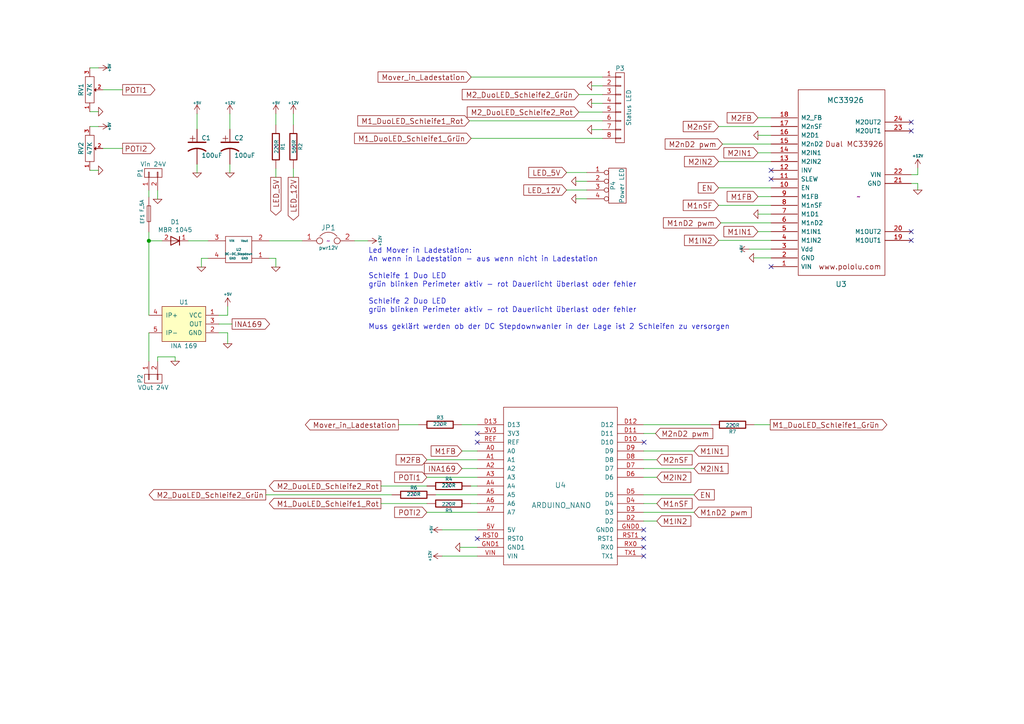
<source format=kicad_sch>
(kicad_sch (version 20210123) (generator eeschema)
  (paper "A4")
  (title_block (title "Schleifensender") (date "25 sep 2014") (rev "V2.0"))
  (lib_symbols
    (symbol "Device:D" (pin_names (offset 1.016) hide)
      (property "Reference" "D" (at 0 2.54 0))
      (property "Value" "D" (at 0 -2.54 0))
      (symbol "D_0_1"
        (polyline (pts (xy -1.27 1.27) (xy -1.27 -1.27)) (stroke (width 0.254)))
        (polyline (pts (xy 1.27 0) (xy -1.27 0)))
        (polyline (pts (xy 1.27 1.27) (xy 1.27 -1.27) (xy -1.27 0) (xy 1.27 1.27)) (stroke (width 0.254)))
      )
      (symbol "D_1_1"
        (pin passive line (at -3.81 0 0) (length 2.54) (name "K") (number "1"))
        (pin passive line (at 3.81 0 180) (length 2.54) (name "A") (number "2"))
      )
    )
    (symbol "Perimeter-sender-v2-rescue:+12V" (power) (pin_names (offset 0))
      (property "Value" "+12V" (at 0 3.556 0))
      (symbol "+12V_0_1"
        (polyline (pts (xy -0.762 1.27) (xy 0 2.54)))
        (polyline (pts (xy 0 0) (xy 0 2.54)))
        (polyline (pts (xy 0 2.54) (xy 0.762 1.27)))
      )
      (symbol "+12V_1_1"
        (pin power_in line (at 0 0 90) (length 0) hide (name "+12V") (number "1"))
      )
    )
    (symbol "Perimeter-sender-v2-rescue:+5V" (power) (pin_names (offset 0))
      (property "Value" "+5V" (at 0 3.556 0))
      (symbol "+5V_0_1"
        (polyline (pts (xy -0.762 1.27) (xy 0 2.54)))
        (polyline (pts (xy 0 0) (xy 0 2.54)))
        (polyline (pts (xy 0 2.54) (xy 0.762 1.27)))
      )
      (symbol "+5V_1_1"
        (pin power_in line (at 0 0 90) (length 0) hide (name "+5V") (number "1"))
      )
    )
    (symbol "Perimeter-sender-v2-rescue:Bohrloch_3,2mm" (pin_names (offset 1.016))
      (property "Reference" "B" (at 7.112 4.064 0))
      (property "Value" "Bohrloch_3,2mm" (at 5.842 2.032 0))
      (symbol "Bohrloch_3,2mm_1_1"
        (pin input line (at 0 0 0) (length 5.08) (name "B3,2") (number "1"))
      )
    )
    (symbol "Perimeter-sender-v2-rescue:CONN_01X02" (pin_names (offset 1.016) hide)
      (property "Reference" "P" (at 0 3.81 0))
      (property "Value" "CONN_01X02" (at 2.54 0 90))
      (symbol "CONN_01X02_0_1"
        (rectangle (start -1.27 -1.143) (end 0.254 -1.397))
        (rectangle (start -1.27 1.397) (end 0.254 1.143))
        (rectangle (start -1.27 2.54) (end 1.27 -2.54))
      )
      (symbol "CONN_01X02_1_1"
        (pin passive line (at -5.08 1.27 0) (length 3.81) (name "P1") (number "1"))
        (pin passive line (at -5.08 -1.27 0) (length 3.81) (name "P2") (number "2"))
      )
    )
    (symbol "Perimeter-sender-v2-rescue:CONN_01X08" (pin_names (offset 1.016) hide)
      (property "Reference" "P" (at 0 11.43 0))
      (property "Value" "CONN_01X08" (at 2.54 0 90))
      (symbol "CONN_01X08_0_1"
        (rectangle (start -1.27 -10.16) (end 1.27 10.16))
        (rectangle (start -1.27 -8.763) (end 0.254 -9.017))
        (rectangle (start -1.27 -6.223) (end 0.254 -6.477))
        (rectangle (start -1.27 -3.683) (end 0.254 -3.937))
        (rectangle (start -1.27 -1.143) (end 0.254 -1.397))
        (rectangle (start -1.27 1.397) (end 0.254 1.143))
        (rectangle (start -1.27 3.937) (end 0.254 3.683))
        (rectangle (start -1.27 6.477) (end 0.254 6.223))
        (rectangle (start -1.27 9.017) (end 0.254 8.763))
      )
      (symbol "CONN_01X08_1_1"
        (pin passive line (at -5.08 8.89 0) (length 3.81) (name "P1") (number "1"))
        (pin passive line (at -5.08 6.35 0) (length 3.81) (name "P2") (number "2"))
        (pin passive line (at -5.08 3.81 0) (length 3.81) (name "P3") (number "3"))
        (pin passive line (at -5.08 1.27 0) (length 3.81) (name "P4") (number "4"))
        (pin passive line (at -5.08 -1.27 0) (length 3.81) (name "P5") (number "5"))
        (pin passive line (at -5.08 -3.81 0) (length 3.81) (name "P6") (number "6"))
        (pin passive line (at -5.08 -6.35 0) (length 3.81) (name "P7") (number "7"))
        (pin passive line (at -5.08 -8.89 0) (length 3.81) (name "P8") (number "8"))
      )
    )
    (symbol "Perimeter-sender-v2-rescue:CONN_4" (pin_names (offset 1.016) hide)
      (property "Reference" "P" (at -1.27 0 90))
      (property "Value" "CONN_4" (at 1.27 0 90))
      (symbol "CONN_4_0_1"
        (rectangle (start -2.54 5.08) (end 2.54 -5.08))
      )
      (symbol "CONN_4_1_1"
        (pin passive inverted (at -8.89 3.81 0) (length 6.35) (name "P1") (number "1"))
        (pin passive inverted (at -8.89 1.27 0) (length 6.35) (name "P2") (number "2"))
        (pin passive inverted (at -8.89 -1.27 0) (length 6.35) (name "P3") (number "3"))
        (pin passive inverted (at -8.89 -3.81 0) (length 6.35) (name "P4") (number "4"))
      )
    )
    (symbol "Perimeter-sender-v2-rescue:CP1-RESCUE-Perimeter_sender_v2" (pin_numbers hide) (pin_names (offset 0.254) hide)
      (property "Reference" "C" (at 1.27 2.54 0))
      (property "Value" "CP1-RESCUE-Perimeter_sender_v2" (at 1.27 -2.54 0))
      (symbol "CP1-RESCUE-Perimeter_sender_v2_0_0"
        (text "+" (at -1.27 2.54 0) (effects (font (size 2.032 2.032))))
      )
      (symbol "CP1-RESCUE-Perimeter_sender_v2_0_1"
        (arc (start 2.54 -1.27) (end -2.54 -1.27) (radius (at 0 -5.08) (length 4.572) (angles 56.3 123.6)) (stroke (width 0.381)))
        (polyline (pts (xy -2.54 1.27) (xy 2.54 1.27) (xy 1.27 1.27) (xy 1.27 1.27)) (stroke (width 0.381)))
      )
      (symbol "CP1-RESCUE-Perimeter_sender_v2_1_1"
        (pin passive line (at 0 5.08 270) (length 3.81) (name "~") (number "1"))
        (pin passive line (at 0 -5.08 90) (length 4.572) (name "~") (number "2"))
      )
    )
    (symbol "Perimeter-sender-v2-rescue:GND-RESCUE-Perimeter_sender_v2" (power) (pin_names (offset 0))
      (symbol "GND-RESCUE-Perimeter_sender_v2_0_1"
        (polyline (pts (xy -1.27 0) (xy 0 -1.27) (xy 1.27 0) (xy -1.27 0)))
      )
      (symbol "GND-RESCUE-Perimeter_sender_v2_1_1"
        (pin power_in line (at 0 0 90) (length 0) hide (name "GND") (number "1"))
      )
    )
    (symbol "Perimeter-sender-v2-rescue:JUMPER" (pin_names (offset 0.762) hide)
      (property "Reference" "JP" (at 0 3.81 0))
      (property "Value" "JUMPER" (at 0 -2.032 0))
      (symbol "JUMPER_0_1"
        (arc (start -2.4892 1.27) (end 2.5146 1.27) (radius (at 0 -0.6604) (length 3.175) (angles 142.6 37.3)))
        (circle (center -2.54 0) (radius 0.889))
        (circle (center 2.54 0) (radius 0.889))
        (pin passive line (at -7.62 0 0) (length 4.191) (name "1") (number "1"))
        (pin passive line (at 7.62 0 180) (length 4.191) (name "2") (number "2"))
      )
    )
    (symbol "Perimeter-sender-v2-rescue:POT-RESCUE-Perimeter_sender_v2" (pin_names (offset 1.016) hide)
      (property "Reference" "RV" (at 0 -2.54 0))
      (property "Value" "POT-RESCUE-Perimeter_sender_v2" (at 0 0 0))
      (symbol "POT-RESCUE-Perimeter_sender_v2_0_1"
        (rectangle (start -3.81 1.27) (end 3.81 -1.27))
        (polyline (pts (xy 0 1.27) (xy -0.508 1.778) (xy 0.508 1.778)) (fill (type outline)))
      )
      (symbol "POT-RESCUE-Perimeter_sender_v2_1_1"
        (pin passive line (at -6.35 0 0) (length 2.54) (name "1") (number "1"))
        (pin passive line (at 0 3.81 270) (length 2.032) (name "2") (number "2"))
        (pin passive line (at 6.35 0 180) (length 2.54) (name "3") (number "3"))
      )
    )
    (symbol "Perimeter-sender-v2-rescue:R-RESCUE-Perimeter_sender_v2" (pin_numbers hide) (pin_names (offset 0))
      (property "Reference" "R" (at 2.032 0 90))
      (property "Value" "R-RESCUE-Perimeter_sender_v2" (at 0.1778 0.0254 90))
      (symbol "R-RESCUE-Perimeter_sender_v2_0_1"
        (rectangle (start -1.016 3.81) (end 1.016 -3.81) (stroke (width 0.3048)))
      )
      (symbol "R-RESCUE-Perimeter_sender_v2_1_1"
        (pin passive line (at 0 6.35 270) (length 2.54) (name "~") (number "1"))
        (pin passive line (at 0 -6.35 90) (length 2.54) (name "~") (number "2"))
      )
    )
    (symbol "Zimprich1:ACS712" (pin_names (offset 1.016))
      (property "Reference" "U" (at 0 6.35 0))
      (property "Value" "ACS712" (at 0 -6.35 0))
      (symbol "ACS712_0_1"
        (rectangle (start -6.35 5.08) (end 6.35 -5.08) (fill (type background)))
      )
      (symbol "ACS712_1_1"
        (pin power_in line (at 10.16 2.54 180) (length 3.81) (name "VCC") (number "1"))
        (pin power_in line (at 10.16 -2.54 180) (length 3.81) (name "GND") (number "2"))
        (pin output line (at 10.16 0 180) (length 3.81) (name "OUT") (number "3"))
        (pin input line (at -10.16 2.54 0) (length 3.81) (name "IP+") (number "4"))
        (pin input line (at -10.16 -2.54 0) (length 3.81) (name "IP-") (number "5"))
      )
    )
    (symbol "Zimprich1:DC-DC_Stepdown" (pin_names (offset 1.016))
      (property "Reference" "U" (at 0 0 0))
      (property "Value" "DC-DC_Stepdown" (at -1.27 0 0))
      (symbol "DC-DC_Stepdown_0_1"
        (rectangle (start 3.81 -3.81) (end -3.81 3.81))
      )
      (symbol "DC-DC_Stepdown_1_1"
        (pin output line (at 8.89 2.54 180) (length 5.08) (name "GND") (number "1"))
        (pin output line (at 8.89 -2.54 180) (length 5.08) (name "Vout") (number "2"))
        (pin input line (at -8.89 -2.54 0) (length 5.08) (name "VIN") (number "3"))
        (pin input line (at -8.89 2.54 0) (length 5.08) (name "GND") (number "4"))
      )
    )
    (symbol "Zimprich1:F_10A" (pin_numbers hide) (pin_names (offset 0.254))
      (property "Reference" "EF" (at -4.572 2.032 0))
      (property "Value" "F_10A" (at -2.54 -2.032 0))
      (symbol "F_10A_0_1"
        (polyline (pts (xy 2.032 0) (xy -2.54 0) (xy -2.54 0) (xy -2.54 0)))
        (polyline (pts (xy -2.54 0.508) (xy -2.54 -0.508) (xy 2.032 -0.508) (xy 2.032 0.508) (xy -2.54 0.508) (xy -2.54 0.508)))
      )
      (symbol "F_10A_1_1"
        (pin power_in line (at 5.08 0 180) (length 3.048) (name "~") (number "1"))
        (pin power_out line (at -5.08 0 0) (length 2.54) (name "~") (number "2"))
      )
    )
    (symbol "Zimprich1:MC33926" (pin_names (offset 1.016))
      (property "Reference" "U" (at -1.27 -24.13 0))
      (property "Value" "MC33926" (at -0.762 27.94 0))
      (symbol "MC33926_0_0"
        (text "Dual MC33926" (at 2.54 16.51 0) (effects (font (size 1.524 1.524))))
        (text "www.pololu.com" (at 1.27 -19.05 0) (effects (font (size 1.524 1.524))))
      )
      (symbol "MC33926_0_1"
        (rectangle (start -13.716 32.258) (end 11.43 -21.59))
      )
      (symbol "MC33926_1_1"
        (pin input line (at -21.59 -19.05 0) (length 7.62) (name "VIN") (number "1"))
        (pin input line (at -21.59 3.81 0) (length 7.62) (name "EN") (number "10"))
        (pin input line (at -21.59 6.35 0) (length 7.62) (name "SLEW") (number "11"))
        (pin input line (at -21.59 8.89 0) (length 7.62) (name "INV") (number "12"))
        (pin input line (at -21.59 11.43 0) (length 7.62) (name "M2IN2") (number "13"))
        (pin input line (at -21.59 13.97 0) (length 7.62) (name "M2IN1") (number "14"))
        (pin input line (at -21.59 16.51 0) (length 7.62) (name "M2nD2") (number "15"))
        (pin input line (at -21.59 19.05 0) (length 7.62) (name "M2D1") (number "16"))
        (pin input line (at -21.59 21.59 0) (length 7.62) (name "M2nSF") (number "17"))
        (pin input line (at -21.59 24.13 0) (length 7.62) (name "M2_FB") (number "18"))
        (pin input line (at 19.05 -11.43 180) (length 7.62) (name "M1OUT1") (number "19"))
        (pin input line (at -21.59 -16.51 0) (length 7.62) (name "GND") (number "2"))
        (pin input line (at 19.05 -8.89 180) (length 7.62) (name "M1OUT2") (number "20"))
        (pin input line (at 19.05 5.08 180) (length 7.62) (name "GND") (number "21"))
        (pin input line (at 19.05 7.62 180) (length 7.62) (name "VIN") (number "22"))
        (pin input line (at 19.05 20.32 180) (length 7.62) (name "M2OUT1") (number "23"))
        (pin input line (at 19.05 22.86 180) (length 7.62) (name "M2OUT2") (number "24"))
        (pin input line (at -21.59 -13.97 0) (length 7.62) (name "Vdd") (number "3"))
        (pin input line (at -21.59 -11.43 0) (length 7.62) (name "M1IN2") (number "4"))
        (pin input line (at -21.59 -8.89 0) (length 7.62) (name "M1IN1") (number "5"))
        (pin input line (at -21.59 -6.35 0) (length 7.62) (name "M1nD2") (number "6"))
        (pin input line (at -21.59 -3.81 0) (length 7.62) (name "M1D1") (number "7"))
        (pin input line (at -21.59 -1.27 0) (length 7.62) (name "M1nSF") (number "8"))
        (pin input line (at -21.59 1.27 0) (length 7.62) (name "M1FB") (number "9"))
      )
    )
    (symbol "arduino_shieldsNCL:ARDUINO_NANO" (pin_names (offset 1.016))
      (property "Reference" "SHIELD" (at 0 0.254 0))
      (property "Value" "ARDUINO_NANO" (at 0.254 -5.588 0))
      (symbol "ARDUINO_NANO_0_1"
        (rectangle (start -16.51 -22.86) (end 16.51 22.86))
      )
      (symbol "ARDUINO_NANO_1_1"
        (pin input line (at -24.13 10.16 0) (length 7.62) (name "A0") (number "A0"))
        (pin power_in line (at -24.13 7.62 0) (length 7.62) (name "A1") (number "A1"))
        (pin power_in line (at -24.13 5.08 0) (length 7.62) (name "A2") (number "A2"))
        (pin bidirectional line (at 24.13 -10.16 180) (length 7.62) (name "D2") (number "D2"))
        (pin power_in line (at -24.13 2.54 0) (length 7.62) (name "A3") (number "A3"))
        (pin bidirectional line (at 24.13 -7.62 180) (length 7.62) (name "D3") (number "D3"))
        (pin power_in line (at -24.13 0 0) (length 7.62) (name "A4") (number "A4"))
        (pin bidirectional line (at 24.13 -5.08 180) (length 7.62) (name "D4") (number "D4"))
        (pin power_in line (at -24.13 -2.54 0) (length 7.62) (name "A5") (number "A5"))
        (pin bidirectional line (at 24.13 -2.54 180) (length 7.62) (name "D5") (number "D5"))
        (pin bidirectional line (at -24.13 -5.08 0) (length 7.62) (name "A6") (number "A6"))
        (pin bidirectional line (at 24.13 2.54 180) (length 7.62) (name "D6") (number "D6"))
        (pin bidirectional line (at -24.13 -7.62 0) (length 7.62) (name "A7") (number "A7"))
        (pin bidirectional line (at 24.13 5.08 180) (length 7.62) (name "D7") (number "D7"))
        (pin bidirectional line (at 24.13 7.62 180) (length 7.62) (name "D8") (number "D8"))
        (pin bidirectional line (at 24.13 10.16 180) (length 7.62) (name "D9") (number "D9"))
        (pin bidirectional line (at -24.13 -12.7 0) (length 7.62) (name "5V") (number "5V"))
        (pin bidirectional line (at 24.13 12.7 180) (length 7.62) (name "D10") (number "D10"))
        (pin bidirectional line (at 24.13 -17.78 180) (length 7.62) (name "RX0") (number "RX0"))
        (pin bidirectional line (at 24.13 15.24 180) (length 7.62) (name "D11") (number "D11"))
        (pin bidirectional line (at 24.13 -20.32 180) (length 7.62) (name "TX1") (number "TX1"))
        (pin power_in line (at 24.13 17.78 180) (length 7.62) (name "D12") (number "D12"))
        (pin input line (at -24.13 17.78 0) (length 7.62) (name "D13") (number "D13"))
        (pin input line (at -24.13 15.24 0) (length 7.62) (name "3V3") (number "3V3"))
        (pin input line (at -24.13 12.7 0) (length 7.62) (name "REF") (number "REF"))
        (pin bidirectional line (at -24.13 -20.32 0) (length 7.62) (name "VIN") (number "VIN"))
        (pin bidirectional line (at 24.13 -12.7 180) (length 7.62) (name "GND0") (number "GND0"))
        (pin bidirectional line (at -24.13 -15.24 0) (length 7.62) (name "RST0") (number "RST0"))
        (pin bidirectional line (at -24.13 -17.78 0) (length 7.62) (name "GND1") (number "GND1"))
        (pin bidirectional line (at 24.13 -15.24 180) (length 7.62) (name "RST1") (number "RST1"))
      )
    )
  )
  (junction (at 43.18 69.85) (diameter 1.016))
  (no_connect (at 138.43 125.73))
  (no_connect (at 138.43 128.27))
  (no_connect (at 138.43 156.21))
  (no_connect (at 186.69 153.67))
  (no_connect (at 186.69 156.21))
  (no_connect (at 186.69 158.75))
  (no_connect (at 186.69 161.29))
  (no_connect (at 186.817 128.27))
  (no_connect (at 223.647 49.403))
  (no_connect (at 223.647 51.943))
  (no_connect (at 223.647 77.343))
  (no_connect (at 264.287 35.433))
  (no_connect (at 264.287 37.973))
  (no_connect (at 264.287 67.183))
  (no_connect (at 264.287 69.723))
  (no_connect (at 311.15 12.065))
  (no_connect (at 311.15 19.685))
  (no_connect (at 311.785 27.94))
  (no_connect (at 331.47 19.685))
  (no_connect (at 331.47 26.67))
  (wire (pts (xy 26.035 19.685) (xy 28.575 19.685)))
  (wire (pts (xy 26.035 36.703) (xy 28.575 36.703)))
  (wire (pts (xy 28.575 32.385) (xy 26.035 32.385)))
  (wire (pts (xy 28.575 49.403) (xy 26.035 49.403)))
  (wire (pts (xy 35.56 26.035) (xy 29.845 26.035)))
  (wire (pts (xy 35.56 43.053) (xy 29.845 43.053)))
  (wire (pts (xy 43.18 57.15) (xy 43.18 55.245)))
  (wire (pts (xy 43.18 67.31) (xy 43.18 69.85)))
  (wire (pts (xy 43.18 69.85) (xy 43.18 91.44)))
  (wire (pts (xy 43.18 69.85) (xy 46.99 69.85)))
  (wire (pts (xy 43.18 96.52) (xy 43.18 104.775)))
  (wire (pts (xy 45.72 57.785) (xy 45.72 55.245)))
  (wire (pts (xy 45.72 103.505) (xy 50.8 103.505)))
  (wire (pts (xy 45.72 104.775) (xy 45.72 103.505)))
  (wire (pts (xy 50.8 103.505) (xy 50.8 104.775)))
  (wire (pts (xy 54.61 69.85) (xy 60.325 69.85)))
  (wire (pts (xy 57.15 37.465) (xy 57.15 33.02)))
  (wire (pts (xy 57.15 47.625) (xy 57.15 50.165)))
  (wire (pts (xy 58.42 74.93) (xy 60.325 74.93)))
  (wire (pts (xy 58.42 77.47) (xy 58.42 74.93)))
  (wire (pts (xy 63.5 91.44) (xy 66.04 91.44)))
  (wire (pts (xy 63.5 93.98) (xy 67.31 93.98)))
  (wire (pts (xy 63.5 96.52) (xy 66.04 96.52)))
  (wire (pts (xy 66.04 91.44) (xy 66.04 88.9)))
  (wire (pts (xy 66.04 96.52) (xy 66.04 99.695)))
  (wire (pts (xy 66.675 37.465) (xy 66.675 33.02)))
  (wire (pts (xy 66.675 47.625) (xy 66.675 50.165)))
  (wire (pts (xy 78.105 69.85) (xy 87.63 69.85)))
  (wire (pts (xy 80.01 36.195) (xy 80.01 33.02)))
  (wire (pts (xy 80.01 51.435) (xy 80.01 48.895)))
  (wire (pts (xy 80.01 74.93) (xy 78.105 74.93)))
  (wire (pts (xy 80.01 77.47) (xy 80.01 74.93)))
  (wire (pts (xy 85.09 36.195) (xy 85.09 33.02)))
  (wire (pts (xy 85.09 51.435) (xy 85.09 48.895)))
  (wire (pts (xy 102.87 69.85) (xy 106.68 69.85)))
  (wire (pts (xy 113.665 143.51) (xy 77.089 143.51)))
  (wire (pts (xy 121.285 123.19) (xy 115.57 123.19)))
  (wire (pts (xy 123.825 133.35) (xy 138.43 133.35)))
  (wire (pts (xy 123.825 138.43) (xy 138.43 138.43)))
  (wire (pts (xy 123.825 140.97) (xy 110.49 140.97)))
  (wire (pts (xy 123.825 146.05) (xy 110.49 146.05)))
  (wire (pts (xy 123.825 148.59) (xy 138.43 148.59)))
  (wire (pts (xy 128.27 153.67) (xy 138.43 153.67)))
  (wire (pts (xy 133.35 158.75) (xy 138.43 158.75)))
  (wire (pts (xy 133.985 130.81) (xy 138.43 130.81)))
  (wire (pts (xy 136.144 35.052) (xy 174.752 35.052)))
  (wire (pts (xy 136.525 140.97) (xy 138.43 140.97)))
  (wire (pts (xy 136.525 146.05) (xy 138.43 146.05)))
  (wire (pts (xy 138.43 123.19) (xy 133.985 123.19)))
  (wire (pts (xy 138.43 135.89) (xy 133.985 135.89)))
  (wire (pts (xy 138.43 143.51) (xy 126.365 143.51)))
  (wire (pts (xy 138.43 161.29) (xy 128.27 161.29)))
  (wire (pts (xy 164.338 55.118) (xy 170.18 55.118)))
  (wire (pts (xy 167.005 52.578) (xy 170.18 52.578)))
  (wire (pts (xy 167.005 57.658) (xy 170.18 57.658)))
  (wire (pts (xy 167.894 27.432) (xy 174.752 27.432)))
  (wire (pts (xy 167.894 32.512) (xy 174.752 32.512)))
  (wire (pts (xy 170.18 50.038) (xy 164.338 50.038)))
  (wire (pts (xy 171.577 24.892) (xy 174.752 24.892)))
  (wire (pts (xy 171.577 29.972) (xy 174.752 29.972)))
  (wire (pts (xy 171.577 37.592) (xy 174.752 37.592)))
  (wire (pts (xy 174.752 22.352) (xy 136.652 22.352)))
  (wire (pts (xy 174.752 40.132) (xy 136.652 40.132)))
  (wire (pts (xy 186.69 125.73) (xy 190.119 125.73)))
  (wire (pts (xy 186.69 130.81) (xy 201.295 130.81)))
  (wire (pts (xy 186.69 133.35) (xy 190.5 133.35)))
  (wire (pts (xy 186.69 135.89) (xy 201.295 135.89)))
  (wire (pts (xy 186.69 143.51) (xy 201.295 143.51)))
  (wire (pts (xy 186.69 146.05) (xy 190.5 146.05)))
  (wire (pts (xy 186.69 148.59) (xy 201.295 148.59)))
  (wire (pts (xy 186.69 151.13) (xy 190.5 151.13)))
  (wire (pts (xy 190.5 138.43) (xy 186.69 138.43)))
  (wire (pts (xy 206.121 123.19) (xy 186.69 123.19)))
  (wire (pts (xy 208.407 54.483) (xy 223.647 54.483)))
  (wire (pts (xy 217.297 72.263) (xy 223.647 72.263)))
  (wire (pts (xy 218.567 74.803) (xy 223.647 74.803)))
  (wire (pts (xy 218.821 123.19) (xy 223.393 123.19)))
  (wire (pts (xy 219.837 34.163) (xy 223.647 34.163)))
  (wire (pts (xy 219.837 39.243) (xy 223.647 39.243)))
  (wire (pts (xy 219.837 44.323) (xy 223.647 44.323)))
  (wire (pts (xy 219.837 62.103) (xy 223.647 62.103)))
  (wire (pts (xy 223.647 36.703) (xy 208.407 36.703)))
  (wire (pts (xy 223.647 41.783) (xy 209.55 41.783)))
  (wire (pts (xy 223.647 46.863) (xy 208.407 46.863)))
  (wire (pts (xy 223.647 57.023) (xy 219.837 57.023)))
  (wire (pts (xy 223.647 59.563) (xy 208.407 59.563)))
  (wire (pts (xy 223.647 64.643) (xy 209.042 64.643)))
  (wire (pts (xy 223.647 67.183) (xy 219.837 67.183)))
  (wire (pts (xy 223.647 69.723) (xy 208.407 69.723)))
  (wire (pts (xy 264.287 50.673) (xy 266.192 50.673)))
  (wire (pts (xy 266.192 50.673) (xy 266.192 48.768)))
  (wire (pts (xy 266.192 53.213) (xy 264.287 53.213)))
  (wire (pts (xy 266.192 55.118) (xy 266.192 53.213)))
  (text "Led Mover in Ladestation:\nAn wenn in Ladestation - aus wenn nicht in Ladestation\n\nSchleife 1 Duo LED\ngrün blinken Perimeter aktiv - rot Dauerlicht überlast oder fehler\n\nSchleife 2 Duo LED\ngrün blinken Perimeter aktiv - rot Dauerlicht überlast oder fehler\n\nMuss geklärt werden ob der DC Stepdownwanler in der Lage ist 2 Schleifen zu versorgen" (at 106.807 95.758 0) (effects (font (size 1.524 1.524)) (justify left bottom)))
  (global_label "POTI1" (shape output) (at 35.56 26.035 0) (property "Intersheet References" "${INTERSHEET_REFS}" (effects hide)) (effects (font (size 1.524 1.524))))
  (global_label "POTI2" (shape output) (at 35.56 43.053 0) (property "Intersheet References" "${INTERSHEET_REFS}" (effects hide)) (effects (font (size 1.524 1.524))))
  (global_label "INA169" (shape output) (at 67.31 93.98 0) (property "Intersheet References" "${INTERSHEET_REFS}" (effects hide)) (effects (font (size 1.524 1.524))))
  (global_label "M2_DuoLED_Schleife2_Grün" (shape output) (at 77.089 143.51 180) (property "Intersheet References" "${INTERSHEET_REFS}" (effects hide)) (effects (font (size 1.524 1.524))))
  (global_label "LED_5V" (shape output) (at 80.01 51.435 270) (property "Intersheet References" "${INTERSHEET_REFS}" (effects hide)) (effects (font (size 1.524 1.524))))
  (global_label "LED_12V" (shape output) (at 85.09 51.435 270) (property "Intersheet References" "${INTERSHEET_REFS}" (effects hide)) (effects (font (size 1.524 1.524))))
  (global_label "M2_DuoLED_Schleife2_Rot" (shape output) (at 110.49 140.97 180) (property "Intersheet References" "${INTERSHEET_REFS}" (effects hide)) (effects (font (size 1.524 1.524))))
  (global_label "M1_DuoLED_Schleife1_Rot" (shape output) (at 110.49 146.05 180) (property "Intersheet References" "${INTERSHEET_REFS}" (effects hide)) (effects (font (size 1.524 1.524))))
  (global_label "Mover_in_Ladestation" (shape output) (at 115.57 123.19 180) (property "Intersheet References" "${INTERSHEET_REFS}" (effects hide)) (effects (font (size 1.524 1.524))))
  (global_label "M2FB" (shape input) (at 123.825 133.35 180) (property "Intersheet References" "${INTERSHEET_REFS}" (effects hide)) (effects (font (size 1.524 1.524))))
  (global_label "POTI1" (shape input) (at 123.825 138.43 180) (property "Intersheet References" "${INTERSHEET_REFS}" (effects hide)) (effects (font (size 1.524 1.524))))
  (global_label "POTI2" (shape input) (at 123.825 148.59 180) (property "Intersheet References" "${INTERSHEET_REFS}" (effects hide)) (effects (font (size 1.524 1.524))))
  (global_label "M1FB" (shape input) (at 133.985 130.81 180) (property "Intersheet References" "${INTERSHEET_REFS}" (effects hide)) (effects (font (size 1.524 1.524))))
  (global_label "INA169" (shape input) (at 133.985 135.89 180) (property "Intersheet References" "${INTERSHEET_REFS}" (effects hide)) (effects (font (size 1.524 1.524))))
  (global_label "M1_DuoLED_Schleife1_Rot" (shape input) (at 136.144 35.052 180) (property "Intersheet References" "${INTERSHEET_REFS}" (effects hide)) (effects (font (size 1.524 1.524))))
  (global_label "Mover_in_Ladestation" (shape input) (at 136.652 22.352 180) (property "Intersheet References" "${INTERSHEET_REFS}" (effects hide)) (effects (font (size 1.524 1.524))))
  (global_label "M1_DuoLED_Schleife1_Grün" (shape input) (at 136.652 40.132 180) (property "Intersheet References" "${INTERSHEET_REFS}" (effects hide)) (effects (font (size 1.524 1.524))))
  (global_label "LED_5V" (shape input) (at 164.338 50.038 180) (property "Intersheet References" "${INTERSHEET_REFS}" (effects hide)) (effects (font (size 1.524 1.524))))
  (global_label "LED_12V" (shape input) (at 164.338 55.118 180) (property "Intersheet References" "${INTERSHEET_REFS}" (effects hide)) (effects (font (size 1.524 1.524))))
  (global_label "M2_DuoLED_Schleife2_Grün" (shape input) (at 167.894 27.432 180) (property "Intersheet References" "${INTERSHEET_REFS}" (effects hide)) (effects (font (size 1.524 1.524))))
  (global_label "M2_DuoLED_Schleife2_Rot" (shape input) (at 167.894 32.512 180) (property "Intersheet References" "${INTERSHEET_REFS}" (effects hide)) (effects (font (size 1.524 1.524))))
  (global_label "M2nD2 pwm" (shape input) (at 190.119 125.73 0) (property "Intersheet References" "${INTERSHEET_REFS}" (effects hide)) (effects (font (size 1.524 1.524))))
  (global_label "M2nSF" (shape input) (at 190.5 133.35 0) (property "Intersheet References" "${INTERSHEET_REFS}" (effects hide)) (effects (font (size 1.524 1.524))))
  (global_label "M2IN2" (shape input) (at 190.5 138.43 0) (property "Intersheet References" "${INTERSHEET_REFS}" (effects hide)) (effects (font (size 1.524 1.524))))
  (global_label "M1nSF" (shape input) (at 190.5 146.05 0) (property "Intersheet References" "${INTERSHEET_REFS}" (effects hide)) (effects (font (size 1.524 1.524))))
  (global_label "M1IN2" (shape input) (at 190.5 151.13 0) (property "Intersheet References" "${INTERSHEET_REFS}" (effects hide)) (effects (font (size 1.524 1.524))))
  (global_label "M1IN1" (shape input) (at 201.295 130.81 0) (property "Intersheet References" "${INTERSHEET_REFS}" (effects hide)) (effects (font (size 1.524 1.524))))
  (global_label "M2IN1" (shape input) (at 201.295 135.89 0) (property "Intersheet References" "${INTERSHEET_REFS}" (effects hide)) (effects (font (size 1.524 1.524))))
  (global_label "EN" (shape input) (at 201.295 143.51 0) (property "Intersheet References" "${INTERSHEET_REFS}" (effects hide)) (effects (font (size 1.524 1.524))))
  (global_label "M1nD2 pwm" (shape input) (at 201.295 148.59 0) (property "Intersheet References" "${INTERSHEET_REFS}" (effects hide)) (effects (font (size 1.524 1.524))))
  (global_label "M2nSF" (shape input) (at 208.407 36.703 180) (property "Intersheet References" "${INTERSHEET_REFS}" (effects hide)) (effects (font (size 1.524 1.524))))
  (global_label "M2IN2" (shape input) (at 208.407 46.863 180) (property "Intersheet References" "${INTERSHEET_REFS}" (effects hide)) (effects (font (size 1.524 1.524))))
  (global_label "EN" (shape input) (at 208.407 54.483 180) (property "Intersheet References" "${INTERSHEET_REFS}" (effects hide)) (effects (font (size 1.524 1.524))))
  (global_label "M1nSF" (shape input) (at 208.407 59.563 180) (property "Intersheet References" "${INTERSHEET_REFS}" (effects hide)) (effects (font (size 1.524 1.524))))
  (global_label "M1IN2" (shape input) (at 208.407 69.723 180) (property "Intersheet References" "${INTERSHEET_REFS}" (effects hide)) (effects (font (size 1.524 1.524))))
  (global_label "M1nD2 pwm" (shape input) (at 209.042 64.643 180) (property "Intersheet References" "${INTERSHEET_REFS}" (effects hide)) (effects (font (size 1.524 1.524))))
  (global_label "M2nD2 pwm" (shape input) (at 209.55 41.783 180) (property "Intersheet References" "${INTERSHEET_REFS}" (effects hide)) (effects (font (size 1.524 1.524))))
  (global_label "M2FB" (shape input) (at 219.837 34.163 180) (property "Intersheet References" "${INTERSHEET_REFS}" (effects hide)) (effects (font (size 1.524 1.524))))
  (global_label "M2IN1" (shape input) (at 219.837 44.323 180) (property "Intersheet References" "${INTERSHEET_REFS}" (effects hide)) (effects (font (size 1.524 1.524))))
  (global_label "M1FB" (shape input) (at 219.837 57.023 180) (property "Intersheet References" "${INTERSHEET_REFS}" (effects hide)) (effects (font (size 1.524 1.524))))
  (global_label "M1IN1" (shape input) (at 219.837 67.183 180) (property "Intersheet References" "${INTERSHEET_REFS}" (effects hide)) (effects (font (size 1.524 1.524))))
  (global_label "M1_DuoLED_Schleife1_Grün" (shape output) (at 223.393 123.19 0) (property "Intersheet References" "${INTERSHEET_REFS}" (effects hide)) (effects (font (size 1.524 1.524))))
  (symbol (lib_id "Perimeter-sender-v2-rescue:GND-RESCUE-Perimeter_sender_v2") (at 28.575 32.385 90) (mirror x) (unit 1)
    (property "Reference" "#PWR014" (effects hide))
    (property "Value" "GND" (effects hide))
  )
  (symbol (lib_id "Perimeter-sender-v2-rescue:GND-RESCUE-Perimeter_sender_v2") (at 28.575 49.403 90) (mirror x) (unit 1)
    (property "Reference" "#PWR030" (effects hide))
    (property "Value" "GND" (effects hide))
  )
  (symbol (lib_id "Perimeter-sender-v2-rescue:GND-RESCUE-Perimeter_sender_v2") (at 45.72 57.785 0) (unit 1)
    (property "Reference" "#PWR05" (effects hide))
    (property "Value" "GND" (effects hide))
  )
  (symbol (lib_id "Perimeter-sender-v2-rescue:GND-RESCUE-Perimeter_sender_v2") (at 50.8 104.775 0) (unit 1)
    (property "Reference" "#PWR011" (effects hide))
    (property "Value" "GND" (effects hide))
    (property "Bestellnummer" "Value" (effects hide))
  )
  (symbol (lib_id "Perimeter-sender-v2-rescue:GND-RESCUE-Perimeter_sender_v2") (at 57.15 50.165 0) (mirror y) (unit 1)
    (property "Reference" "#PWR017" (effects hide))
    (property "Value" "GND" (effects hide))
  )
  (symbol (lib_id "Perimeter-sender-v2-rescue:GND-RESCUE-Perimeter_sender_v2") (at 58.42 77.47 0) (unit 1)
    (property "Reference" "#PWR07" (effects hide))
    (property "Value" "GND" (effects hide))
  )
  (symbol (lib_id "Perimeter-sender-v2-rescue:GND-RESCUE-Perimeter_sender_v2") (at 66.04 99.695 0) (unit 1)
    (property "Reference" "#PWR012" (effects hide))
    (property "Value" "GND" (effects hide))
    (property "Bestellnummer" "Value" (effects hide))
  )
  (symbol (lib_id "Perimeter-sender-v2-rescue:GND-RESCUE-Perimeter_sender_v2") (at 66.675 50.165 0) (mirror y) (unit 1)
    (property "Reference" "#PWR016" (effects hide))
    (property "Value" "GND" (effects hide))
  )
  (symbol (lib_id "Perimeter-sender-v2-rescue:GND-RESCUE-Perimeter_sender_v2") (at 80.01 77.47 0) (unit 1)
    (property "Reference" "#PWR06" (effects hide))
    (property "Value" "GND" (effects hide))
  )
  (symbol (lib_id "Perimeter-sender-v2-rescue:GND-RESCUE-Perimeter_sender_v2") (at 133.35 158.75 270) (mirror x) (unit 1)
    (property "Reference" "#PWR010" (effects hide))
    (property "Value" "GND" (effects hide))
  )
  (symbol (lib_id "Perimeter-sender-v2-rescue:GND-RESCUE-Perimeter_sender_v2") (at 167.005 52.578 270) (mirror x) (unit 1)
    (property "Reference" "#PWR028" (effects hide))
    (property "Value" "GND" (effects hide))
  )
  (symbol (lib_id "Perimeter-sender-v2-rescue:GND-RESCUE-Perimeter_sender_v2") (at 167.005 57.658 270) (mirror x) (unit 1)
    (property "Reference" "#PWR024" (effects hide))
    (property "Value" "GND" (effects hide))
  )
  (symbol (lib_id "Perimeter-sender-v2-rescue:GND-RESCUE-Perimeter_sender_v2") (at 171.577 24.892 270) (mirror x) (unit 1)
    (property "Reference" "#PWR025" (effects hide))
    (property "Value" "GND" (effects hide))
  )
  (symbol (lib_id "Perimeter-sender-v2-rescue:GND-RESCUE-Perimeter_sender_v2") (at 171.577 29.972 270) (mirror x) (unit 1)
    (property "Reference" "#PWR026" (effects hide))
    (property "Value" "GND" (effects hide))
  )
  (symbol (lib_id "Perimeter-sender-v2-rescue:GND-RESCUE-Perimeter_sender_v2") (at 171.577 37.592 270) (mirror x) (unit 1)
    (property "Reference" "#PWR027" (effects hide))
    (property "Value" "GND" (effects hide))
  )
  (symbol (lib_id "Perimeter-sender-v2-rescue:GND-RESCUE-Perimeter_sender_v2") (at 218.567 74.803 270) (unit 1)
    (property "Reference" "#PWR02" (effects hide))
    (property "Value" "GND" (effects hide))
  )
  (symbol (lib_id "Perimeter-sender-v2-rescue:GND-RESCUE-Perimeter_sender_v2") (at 219.837 39.243 270) (mirror x) (unit 1)
    (property "Reference" "#PWR020" (effects hide))
    (property "Value" "GND" (effects hide))
  )
  (symbol (lib_id "Perimeter-sender-v2-rescue:GND-RESCUE-Perimeter_sender_v2") (at 219.837 62.103 270) (mirror x) (unit 1)
    (property "Reference" "#PWR029" (effects hide))
    (property "Value" "GND" (effects hide))
  )
  (symbol (lib_id "Perimeter-sender-v2-rescue:GND-RESCUE-Perimeter_sender_v2") (at 266.192 55.118 0) (unit 1)
    (property "Reference" "#PWR01" (effects hide))
    (property "Value" "GND" (effects hide))
  )
  (symbol (lib_id "Perimeter-sender-v2-rescue:+5V") (at 28.575 19.685 270) (unit 1)
    (property "Reference" "#PWR015" (effects hide))
    (property "Value" "+5V" (at 31.75 19.685 0) (effects (font (size 0.762 0.762))))
  )
  (symbol (lib_id "Perimeter-sender-v2-rescue:+5V") (at 28.575 36.703 270) (unit 1)
    (property "Reference" "#PWR031" (effects hide))
    (property "Value" "+5V" (at 31.75 36.703 0) (effects (font (size 0.762 0.762))))
  )
  (symbol (lib_id "Perimeter-sender-v2-rescue:+5V") (at 57.15 33.02 0) (unit 1)
    (property "Reference" "#PWR018" (effects hide))
    (property "Value" "+5V" (at 57.15 29.845 0) (effects (font (size 0.762 0.762))))
    (property "Bestellnummer" "Value" (effects hide))
  )
  (symbol (lib_id "Perimeter-sender-v2-rescue:+5V") (at 66.04 88.9 0) (unit 1)
    (property "Reference" "#PWR013" (effects hide))
    (property "Value" "+5V" (at 66.04 85.344 0) (effects (font (size 0.762 0.762))))
  )
  (symbol (lib_id "Perimeter-sender-v2-rescue:+12V") (at 66.675 33.02 0) (unit 1)
    (property "Reference" "#PWR019" (effects hide))
    (property "Value" "+12V" (at 66.675 29.845 0) (effects (font (size 0.762 0.762))))
    (property "Bestellnummer" "Value" (effects hide))
  )
  (symbol (lib_id "Perimeter-sender-v2-rescue:+5V") (at 80.01 33.02 0) (unit 1)
    (property "Reference" "#PWR022" (effects hide))
    (property "Value" "+5V" (at 80.01 29.845 0) (effects (font (size 0.762 0.762))))
    (property "Bestellnummer" "Value" (effects hide))
  )
  (symbol (lib_id "Perimeter-sender-v2-rescue:+12V") (at 85.09 33.02 0) (unit 1)
    (property "Reference" "#PWR023" (effects hide))
    (property "Value" "+12V" (at 85.09 29.845 0) (effects (font (size 0.762 0.762))))
    (property "Bestellnummer" "Value" (effects hide))
  )
  (symbol (lib_id "Perimeter-sender-v2-rescue:+12V") (at 106.68 69.85 270) (unit 1)
    (property "Reference" "#PWR08" (effects hide))
    (property "Value" "+12V" (at 110.236 69.85 0) (effects (font (size 0.762 0.762))))
    (property "Bestellnummer" "Value" (effects hide))
  )
  (symbol (lib_id "Perimeter-sender-v2-rescue:+5V") (at 128.27 153.67 90) (unit 1)
    (property "Reference" "#PWR04" (effects hide))
    (property "Value" "+5V" (at 125.095 153.67 0) (effects (font (size 0.762 0.762))))
  )
  (symbol (lib_id "Perimeter-sender-v2-rescue:+12V") (at 128.27 161.29 90) (unit 1)
    (property "Reference" "#PWR09" (effects hide))
    (property "Value" "+12V" (at 124.714 161.29 0) (effects (font (size 0.762 0.762))))
    (property "Bestellnummer" "Value" (effects hide))
  )
  (symbol (lib_id "Perimeter-sender-v2-rescue:+5V") (at 217.297 72.263 90) (unit 1)
    (property "Reference" "#PWR03" (effects hide))
    (property "Value" "+5V" (at 215.011 72.263 0) (effects (font (size 0.762 0.762))))
  )
  (symbol (lib_id "Perimeter-sender-v2-rescue:+12V") (at 266.192 48.768 0) (unit 1)
    (property "Reference" "#PWR021" (effects hide))
    (property "Value" "+12V" (at 266.192 45.212 0) (effects (font (size 0.762 0.762))))
    (property "Bestellnummer" "Value" (effects hide))
  )
  (symbol (lib_id "Zimprich1:F_10A") (at 43.18 62.23 270) (unit 1)
    (property "Reference" "EF1" (at 41.275 63.5 0) (effects (font (size 1.016 1.016))))
    (property "Value" "F_5A" (at 41.148 59.69 0) (effects (font (size 1.016 1.016))))
    (property "Footprint" "Zimprich:Fuseholder_Reichelt_PL112000" (effects hide))
    (property "Bestellnummer" "R: PL112000" (effects hide))
  )
  (symbol (lib_id "Device:D") (at 50.8 69.85 0) (mirror y) (unit 1)
    (property "Reference" "D1" (at 50.8 64.3698 0))
    (property "Value" "MBR 1045" (at 50.8 66.6685 0))
    (property "Footprint" "Zimprich:MBR1045_Horizontal" (effects hide))
  )
  (symbol (lib_id "Perimeter-sender-v2-rescue:Bohrloch_3,2mm") (at 311.15 12.065 0) (unit 1)
    (property "Reference" "B1" (at 318.262 8.001 0) (effects (font (size 1.524 1.524))))
    (property "Value" "Bohrloch_3,2mm" (at 316.992 10.033 0) (effects (font (size 1.524 1.524))))
    (property "Footprint" "Zimprich:Bohrloch_3,2mm" (effects hide))
  )
  (symbol (lib_id "Perimeter-sender-v2-rescue:Bohrloch_3,2mm") (at 311.15 19.685 0) (unit 1)
    (property "Reference" "B2" (at 318.262 15.621 0) (effects (font (size 1.524 1.524))))
    (property "Value" "Bohrloch_3,2mm" (at 316.992 17.653 0) (effects (font (size 1.524 1.524))))
    (property "Footprint" "Zimprich:Bohrloch_3,2mm" (effects hide))
  )
  (symbol (lib_id "Perimeter-sender-v2-rescue:Bohrloch_3,2mm") (at 311.785 27.94 0) (unit 1)
    (property "Reference" "B3" (at 318.897 23.876 0) (effects (font (size 1.524 1.524))))
    (property "Value" "Bohrloch_3,2mm" (at 317.627 25.908 0) (effects (font (size 1.524 1.524))))
    (property "Footprint" "Zimprich:Bohrloch_3,2mm" (effects hide))
  )
  (symbol (lib_id "Perimeter-sender-v2-rescue:Bohrloch_3,2mm") (at 331.47 19.685 0) (unit 1)
    (property "Reference" "B5" (at 338.582 15.621 0) (effects (font (size 1.524 1.524))))
    (property "Value" "Bohrloch_3,2mm" (at 337.312 17.653 0) (effects (font (size 1.524 1.524))))
    (property "Footprint" "Zimprich:Bohrloch_3,2mm" (effects hide))
  )
  (symbol (lib_id "Perimeter-sender-v2-rescue:Bohrloch_3,2mm") (at 331.47 26.67 0) (unit 1)
    (property "Reference" "B6" (at 338.582 22.606 0) (effects (font (size 1.524 1.524))))
    (property "Value" "Bohrloch_3,2mm" (at 337.312 24.638 0) (effects (font (size 1.524 1.524))))
    (property "Footprint" "Zimprich:Bohrloch_3,2mm" (effects hide))
  )
  (symbol (lib_id "Perimeter-sender-v2-rescue:R-RESCUE-Perimeter_sender_v2") (at 80.01 42.545 0) (unit 1)
    (property "Reference" "R1" (at 82.042 42.545 90) (effects (font (size 1.016 1.016))))
    (property "Value" "220R" (at 80.1878 42.5196 90) (effects (font (size 1.016 1.016))))
    (property "Footprint" "Zimprich:Resistor_Horizontal_RM10mm" (effects hide))
    (property "Datasheet" "~" (at 80.01 42.545 0) (effects (font (size 0.762 0.762))))
  )
  (symbol (lib_id "Perimeter-sender-v2-rescue:R-RESCUE-Perimeter_sender_v2") (at 85.09 42.545 0) (unit 1)
    (property "Reference" "R2" (at 87.122 42.545 90) (effects (font (size 1.016 1.016))))
    (property "Value" "560R" (at 85.2678 42.5196 90) (effects (font (size 1.016 1.016))))
    (property "Footprint" "Zimprich:Resistor_Horizontal_RM10mm" (effects hide))
    (property "Datasheet" "~" (at 85.09 42.545 0) (effects (font (size 0.762 0.762))))
    (property "Bestellnummer" "Value" (effects hide))
  )
  (symbol (lib_id "Perimeter-sender-v2-rescue:R-RESCUE-Perimeter_sender_v2") (at 120.015 143.51 90) (unit 1)
    (property "Reference" "R6" (at 120.015 141.478 90) (effects (font (size 1.016 1.016))))
    (property "Value" "220R" (at 119.9896 143.3322 90) (effects (font (size 1.016 1.016))))
    (property "Footprint" "Zimprich:Resistor_Horizontal_RM10mm" (effects hide))
    (property "Datasheet" "~" (at 120.015 143.51 0) (effects (font (size 0.762 0.762))))
  )
  (symbol (lib_id "Perimeter-sender-v2-rescue:R-RESCUE-Perimeter_sender_v2") (at 127.635 123.19 90) (unit 1)
    (property "Reference" "R3" (at 127.635 121.158 90) (effects (font (size 1.016 1.016))))
    (property "Value" "220R" (at 127.6096 123.0122 90) (effects (font (size 1.016 1.016))))
    (property "Footprint" "Zimprich:Resistor_Horizontal_RM10mm" (effects hide))
    (property "Datasheet" "~" (at 127.635 123.19 0) (effects (font (size 0.762 0.762))))
  )
  (symbol (lib_id "Perimeter-sender-v2-rescue:R-RESCUE-Perimeter_sender_v2") (at 130.175 140.97 90) (unit 1)
    (property "Reference" "R4" (at 130.175 138.938 90) (effects (font (size 1.016 1.016))))
    (property "Value" "220R" (at 130.1496 140.7922 90) (effects (font (size 1.016 1.016))))
    (property "Footprint" "Zimprich:Resistor_Horizontal_RM10mm" (effects hide))
    (property "Datasheet" "~" (at 130.175 140.97 0) (effects (font (size 0.762 0.762))))
  )
  (symbol (lib_id "Perimeter-sender-v2-rescue:R-RESCUE-Perimeter_sender_v2") (at 130.175 146.05 90) (mirror x) (unit 1)
    (property "Reference" "R5" (at 130.175 148.082 90) (effects (font (size 1.016 1.016))))
    (property "Value" "220R" (at 130.1496 146.2278 90) (effects (font (size 1.016 1.016))))
    (property "Footprint" "Zimprich:Resistor_Horizontal_RM10mm" (effects hide))
    (property "Datasheet" "~" (at 130.175 146.05 0) (effects (font (size 0.762 0.762))))
    (property "Bestellnummer" "Value" (effects hide))
  )
  (symbol (lib_id "Perimeter-sender-v2-rescue:R-RESCUE-Perimeter_sender_v2") (at 212.471 123.19 270) (unit 1)
    (property "Reference" "R7" (at 212.471 125.222 90) (effects (font (size 1.016 1.016))))
    (property "Value" "220R" (at 212.4964 123.3678 90) (effects (font (size 1.016 1.016))))
    (property "Footprint" "Zimprich:Resistor_Horizontal_RM10mm" (effects hide))
    (property "Datasheet" "~" (at 212.471 123.19 0) (effects (font (size 0.762 0.762))))
  )
  (symbol (lib_id "Perimeter-sender-v2-rescue:CONN_01X02") (at 44.45 50.165 90) (unit 1)
    (property "Reference" "P1" (at 40.64 50.165 0))
    (property "Value" "Vin 24V" (at 44.45 47.625 90))
    (property "Footprint" "Zimprich:Anschlussklemme_2P_RM5,08" (effects hide))
  )
  (symbol (lib_id "Perimeter-sender-v2-rescue:CONN_01X02") (at 44.45 109.855 90) (mirror x) (unit 1)
    (property "Reference" "P2" (at 40.64 109.855 0))
    (property "Value" "VOut 24V" (at 44.45 112.395 90))
    (property "Footprint" "Zimprich:Anschlussklemme_2P_RM5,08" (effects hide))
  )
  (symbol (lib_id "Perimeter-sender-v2-rescue:CP1-RESCUE-Perimeter_sender_v2") (at 57.15 42.545 0) (unit 1)
    (property "Reference" "C1" (at 58.42 40.005 0) (effects (justify left)))
    (property "Value" "100uF" (at 58.42 45.085 0) (effects (justify left)))
    (property "Footprint" "Zimprich:Elko_vert_11.2x6.3mm_RM2.5_RM5.0" (effects hide))
  )
  (symbol (lib_id "Perimeter-sender-v2-rescue:CP1-RESCUE-Perimeter_sender_v2") (at 66.675 42.545 0) (unit 1)
    (property "Reference" "C2" (at 67.945 40.005 0) (effects (justify left)))
    (property "Value" "100uF" (at 67.945 45.085 0) (effects (justify left)))
    (property "Footprint" "Zimprich:Elko_vert_11.2x6.3mm_RM2.5_RM5.0" (effects hide))
  )
  (symbol (lib_id "Perimeter-sender-v2-rescue:JUMPER") (at 95.25 69.85 0) (unit 1)
    (property "Reference" "JP1" (at 95.25 66.04 0) (effects (font (size 1.524 1.524))))
    (property "Value" "pwr12V" (at 95.25 71.882 0) (effects (font (size 1.016 1.016))))
    (property "Footprint" "Zimprich:Pin_Header_Straight_1x02" (effects hide))
    (property "Datasheet" "~" (at 95.25 69.85 0) (effects (font (size 1.524 1.524))))
  )
  (symbol (lib_id "Perimeter-sender-v2-rescue:POT-RESCUE-Perimeter_sender_v2") (at 26.035 26.035 270) (mirror x) (unit 1)
    (property "Reference" "RV1" (at 23.495 26.035 0))
    (property "Value" "47K" (at 26.035 26.035 0))
    (property "Footprint" "Zimprich:Potentiometer_VishaySpectrol-Econtrim-Type36T_3D-angepasst_Ardumover_Shop" (effects hide))
  )
  (symbol (lib_id "Perimeter-sender-v2-rescue:POT-RESCUE-Perimeter_sender_v2") (at 26.035 43.053 270) (mirror x) (unit 1)
    (property "Reference" "RV2" (at 23.495 43.053 0))
    (property "Value" "47K" (at 26.035 43.053 0))
    (property "Footprint" "Zimprich:Potentiometer_VishaySpectrol-Econtrim-Type36T_3D-angepasst_Ardumover_Shop" (effects hide))
  )
  (symbol (lib_id "Perimeter-sender-v2-rescue:CONN_4") (at 179.07 53.848 0) (unit 1)
    (property "Reference" "P4" (at 177.8 53.848 90))
    (property "Value" "Power LED" (at 180.34 53.848 90))
    (property "Footprint" "Connector_PinHeader_2.54mm:PinHeader_1x04_P2.54mm_Vertical" (effects hide))
    (property "Bestellnummer" "Value" (effects hide))
  )
  (symbol (lib_id "Perimeter-sender-v2-rescue:CONN_01X08") (at 179.832 31.242 0) (unit 1)
    (property "Reference" "P3" (at 179.832 19.812 0))
    (property "Value" "Status LED" (at 182.372 31.242 90))
    (property "Footprint" "Connector_PinHeader_2.54mm:PinHeader_1x08_P2.54mm_Vertical" (effects hide))
  )
  (symbol (lib_id "Zimprich1:DC-DC_Stepdown") (at 69.215 72.39 0) (mirror x) (unit 1)
    (property "Reference" "U2" (at 69.215 72.39 0) (effects (font (size 0.7112 0.7112))))
    (property "Value" "DC-DC_Stepdown" (at 69.215 73.66 0) (effects (font (size 0.6096 0.6096))))
    (property "Footprint" "Zimprich:DC_DC_DSN2596_mit_Bohrloch" (effects hide))
  )
  (symbol (lib_id "Zimprich1:ACS712") (at 53.34 93.98 0) (unit 1)
    (property "Reference" "U1" (at 53.34 87.63 0))
    (property "Value" "INA 169" (at 53.34 100.33 0))
    (property "Footprint" "Zimprich:INA169" (effects hide))
    (property "Bestellnummer" "Value" (effects hide))
  )
  (symbol (lib_id "Zimprich1:MC33926") (at 245.237 58.293 0) (unit 1)
    (property "Reference" "U3" (at 243.967 82.423 0) (effects (font (size 1.524 1.524))))
    (property "Value" "MC33926" (at 245.237 29.083 0) (effects (font (size 1.524 1.524))))
    (property "Footprint" "Zimprich:MC_33926_31polig_mit_Bohrloch_neue_Masse" (effects hide))
    (property "Datasheet" "~" (at 249.047 57.023 0) (effects (font (size 1.524 1.524))))
  )
  (symbol (lib_id "arduino_shieldsNCL:ARDUINO_NANO") (at 162.56 140.97 0) (unit 1)
    (property "Reference" "U4" (at 162.56 140.716 0) (effects (font (size 1.524 1.524))))
    (property "Value" "ARDUINO_NANO" (at 162.814 146.558 0) (effects (font (size 1.524 1.524))))
    (property "Footprint" "Zimprich:arduino_nano" (effects hide))
    (property "Bestellnummer" "Value" (effects hide))
  )
)
</source>
